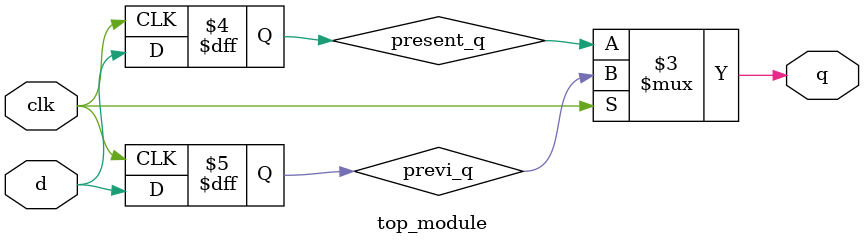
<source format=v>
module top_module (
    input clk,
    input d,
    output q
);
	wire previ_q,present_q;
    
    always @(posedge clk) begin
        previ_q <= d;
    end
    
    always @(negedge clk) begin
        present_q <= d;
    end
    
    assign q = (clk) ? previ_q : present_q;
        
endmodule

</source>
